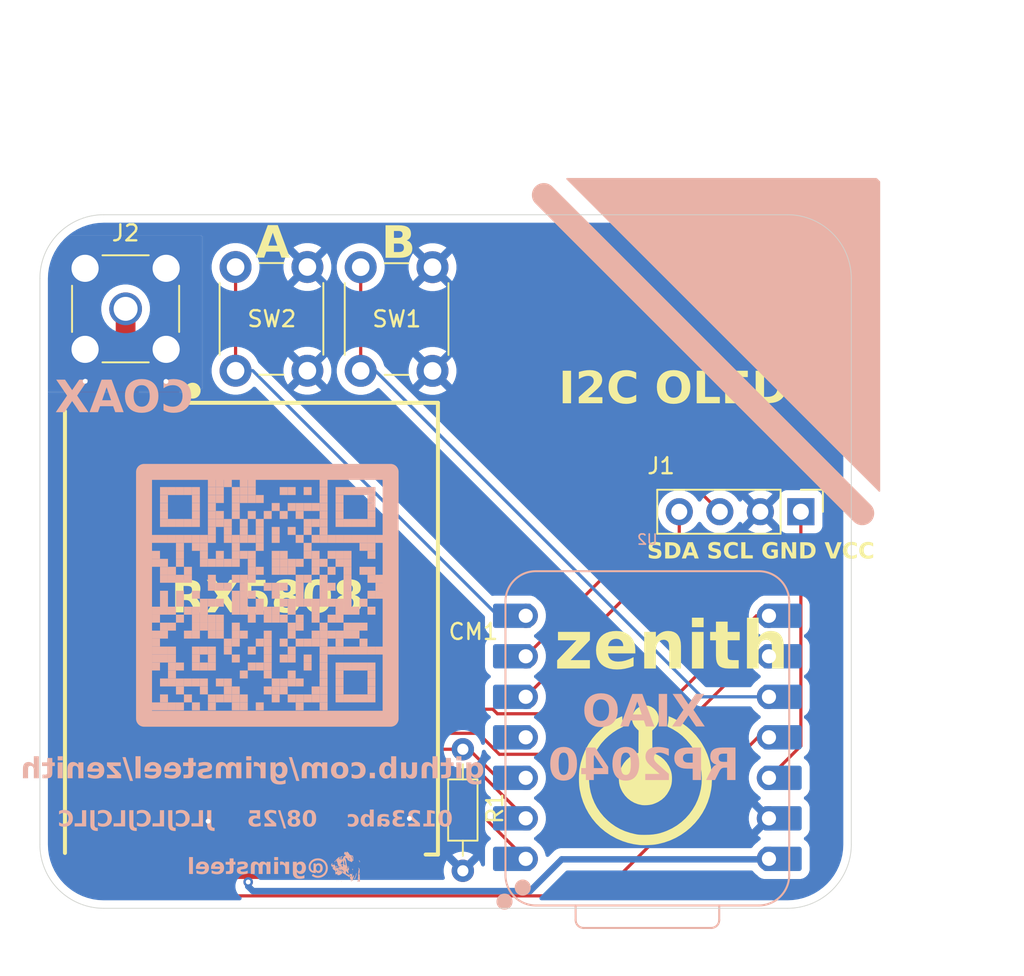
<source format=kicad_pcb>
(kicad_pcb (version 20241229) (generator "pcbnew") (generator_version "9.0")
  (layers (0 "F.Cu" signal) (2 "B.Cu" signal) (13 "F.Paste" user) (15 "B.Paste" user) (5 "F.SilkS" user "F.Silkscreen") (7 "B.SilkS" user "B.Silkscreen") (1 "F.Mask" user) (3 "B.Mask" user) (25 "Edge.Cuts" user))
  (net 0 "")
  (net 1 "MOSI")
  (net 2 "VIDEO")
  (net 3 "GND")
  (net 4 "RSSI")
  (net 5 "RX_CS")
  (net 6 "+5V")
  (net 7 "ANT")
  (net 8 "AUDIO")
  (net 9 "SCK")
  (net 10 "+3.3V")
  (net 11 "SDA")
  (net 12 "BTN1")
  (net 13 "BTN2")
  (net 15 "SCL")
  (footprint "Button_Switch_THT:SW_PUSH_6mm" (layer "F.Cu") (at 98.14 36.77 90)
    (property "Reference" "SW2" (at 3.25 2.27 0) (layer "F.SilkS"))
    (property "Value" "SW_Push")
    (pad "1" thru_hole circle (at 0 0 180) (size 2 2) (drill 1.1) (layers "*.Cu" "*.Mask") (net 13 "BTN2"))
    (pad "1" thru_hole circle (at 6.5 0 180) (size 2 2) (drill 1.1) (layers "*.Cu" "*.Mask") (net 13 "BTN2"))
    (pad "2" thru_hole circle (at 0 4.5 180) (size 2 2) (drill 1.1) (layers "*.Cu" "*.Mask") (net 3 "GND"))
    (pad "2" thru_hole circle (at 6.5 4.5 180) (size 2 2) (drill 1.1) (layers "*.Cu" "*.Mask") (net 3 "GND"))
  )
  (footprint "Connector_PinHeader_2.54mm:PinHeader_1x04_P2.54mm_Vertical" (layer "F.Cu") (at 133.56 45.61 -90)
    (property "Reference" "J1" (at -2.87 8.76 180) (layer "F.SilkS"))
    (property "Value" "Conn_01x04_Pin")
    (pad "1" thru_hole rect (at 0 0 270) (size 1.7 1.7) (drill 1) (layers "*.Cu" "*.Mask") (net 10 "+3.3V"))
    (pad "2" thru_hole circle (at 0 2.54 270) (size 1.7 1.7) (drill 1) (layers "*.Cu" "*.Mask") (net 3 "GND"))
    (pad "3" thru_hole circle (at 0 5.08 270) (size 1.7 1.7) (drill 1) (layers "*.Cu" "*.Mask") (net 15 "SCL"))
    (pad "4" thru_hole circle (at 0 7.62 270) (size 1.7 1.7) (drill 1) (layers "*.Cu" "*.Mask") (net 11 "SDA"))
  )
  (footprint "Connector_Coaxial:SMA_Amphenol_901-144_Vertical" (layer "F.Cu") (at 91.25 32.89)
    (property "Reference" "J2" (at 0 -4.75 0) (layer "F.SilkS"))
    (property "Value" "Conn_Coaxial")
    (pad "1" thru_hole circle (at 0 0) (size 2.05 2.05) (drill 1.5) (layers "*.Cu" "*.Mask") (net 7 "ANT"))
    (pad "2" thru_hole circle (at -2.54 -2.54) (size 2.25 2.25) (drill 1.7) (layers "*.Cu" "*.Mask") (net 3 "GND"))
    (pad "2" thru_hole circle (at -2.54 2.54) (size 2.25 2.25) (drill 1.7) (layers "*.Cu" "*.Mask") (net 3 "GND"))
    (pad "2" thru_hole circle (at 2.54 -2.54) (size 2.25 2.25) (drill 1.7) (layers "*.Cu" "*.Mask") (net 3 "GND"))
    (pad "2" thru_hole circle (at 2.54 2.54) (size 2.25 2.25) (drill 1.7) (layers "*.Cu" "*.Mask") (net 3 "GND"))
  )
  (footprint "lcsc:COMM-SMD_12P_RX5808" (layer "F.Cu") (at 98.88 53.13 -90)
    (property "Reference" "CM1" (at 0 -14.16 180) (layer "F.SilkS"))
    (property "Value" "RX5808")
    (pad "1" smd rect (at -14 5.07 270) (size 3 1.6) (layers "F.Cu" "F.Mask" "F.Paste") (net 3 "GND"))
    (pad "2" smd rect (at -14 7.61 270) (size 3 1.6) (layers "F.Cu" "F.Mask" "F.Paste") (net 7 "ANT"))
    (pad "3" smd rect (at -14 10.16 270) (size 3 1.6) (layers "F.Cu" "F.Mask" "F.Paste") (net 3 "GND"))
    (pad "4" smd rect (at 14 10.16 270) (size 3 1.6) (layers "F.Cu" "F.Mask" "F.Paste") (net 1 "MOSI"))
    (pad "5" smd rect (at 14 7.62 270) (size 3 1.6) (layers "F.Cu" "F.Mask" "F.Paste") (net 5 "RX_CS"))
    (pad "6" smd rect (at 14 5.08 270) (size 3 1.6) (layers "F.Cu" "F.Mask" "F.Paste") (net 9 "SCK"))
    (pad "7" smd rect (at 14 2.54 270) (size 3 1.6) (layers "F.Cu" "F.Mask" "F.Paste") (net 3 "GND"))
    (pad "8" smd rect (at 14 0 270) (size 3 1.6) (layers "F.Cu" "F.Mask" "F.Paste") (net 6 "+5V"))
    (pad "9" smd rect (at 14 -2.54 270) (size 3 1.6) (layers "F.Cu" "F.Mask" "F.Paste") (net 4 "RSSI"))
    (pad "10" smd rect (at 14 -5.08 270) (size 3 1.6) (layers "F.Cu" "F.Mask" "F.Paste") (net 8 "AUDIO"))
    (pad "11" smd rect (at 14 -7.62 270) (size 3 1.6) (layers "F.Cu" "F.Mask" "F.Paste") (net 2 "VIDEO"))
    (pad "12" smd rect (at 14 -10.16 270) (size 3 1.6) (layers "F.Cu" "F.Mask" "F.Paste") (net 3 "GND"))
  )
  (footprint "LOGO" (layer "F.Cu") (at 123.82 62.34)
    (property "Reference" "G***" (hide yes))
    (property "Value" "LOGO" (hide yes))
  )
  (footprint "Button_Switch_THT:SW_PUSH_6mm" (layer "F.Cu") (at 105.98 36.78 90)
    (property "Reference" "SW1" (at 3.25 2.26 180) (layer "F.SilkS"))
    (property "Value" "SW_Push")
    (pad "1" thru_hole circle (at 0 0 180) (size 2 2) (drill 1.1) (layers "*.Cu" "*.Mask") (net 12 "BTN1"))
    (pad "1" thru_hole circle (at 6.5 0 180) (size 2 2) (drill 1.1) (layers "*.Cu" "*.Mask") (net 12 "BTN1"))
    (pad "2" thru_hole circle (at 0 4.5 180) (size 2 2) (drill 1.1) (layers "*.Cu" "*.Mask") (net 3 "GND"))
    (pad "2" thru_hole circle (at 6.5 4.5 180) (size 2 2) (drill 1.1) (layers "*.Cu" "*.Mask") (net 3 "GND"))
  )
  (footprint "Resistor_THT:R_Axial_DIN0204_L3.6mm_D1.6mm_P7.62mm_Horizontal" (layer "F.Cu") (at 112.38 68.12 90)
    (property "Reference" "R1" (at 3.92 2.01 90) (layer "F.SilkS"))
    (property "Value" "100k")
    (pad "1" thru_hole circle (at 0 0 90) (size 1.4 1.4) (drill 0.7) (layers "*.Cu" "*.Mask") (net 3 "GND"))
    (pad "2" thru_hole circle (at 7.62 0 90) (size 1.4 1.4) (drill 0.7) (layers "*.Cu" "*.Mask") (net 4 "RSSI"))
  )
  (footprint "XIAO_PCB:XIAO-RP2040-DIP" (layer "B.Cu") (at 123.94 59.7515)
    (property "Reference" "U2" (at 0 -12.4015 0) (layer "B.SilkS") (effects (font (size 0.635 0.635) (thickness 0.1016)) (justify mirror)))
    (property "Value" "XIAO-RP2040-DIP")
    (pad "1" smd roundrect (at -8.455 7.62 180) (size 2.432 1.524) (layers "B.Cu" "B.Mask") (roundrect_rratio 0.1) (net 2 "VIDEO"))
    (pad "1" thru_hole circle (at -7.62 7.62 180) (size 1.524 1.524) (drill 0.889) (layers "*.Cu" "*.Mask") (net 2 "VIDEO"))
    (pad "2" smd roundrect (at -8.455 5.08 180) (size 2.432 1.524) (layers "B.Cu" "B.Mask") (roundrect_rratio 0.1) (net 8 "AUDIO"))
    (pad "2" thru_hole circle (at -7.62 5.08 180) (size 1.524 1.524) (drill 0.889) (layers "*.Cu" "*.Mask") (net 8 "AUDIO"))
    (pad "3" smd roundrect (at -8.455 2.54 180) (size 2.432 1.524) (layers "B.Cu" "B.Mask") (roundrect_rratio 0.1) (net 4 "RSSI"))
    (pad "3" thru_hole circle (at -7.62 2.54 180) (size 1.524 1.524) (drill 0.889) (layers "*.Cu" "*.Mask") (net 4 "RSSI"))
    (pad "4" smd roundrect (at -8.455 0 180) (size 2.432 1.524) (layers "B.Cu" "B.Mask") (roundrect_rratio 0.1))
    (pad "4" thru_hole circle (at -7.62 0 180) (size 1.524 1.524) (drill 0.889) (layers "*.Cu" "*.Mask"))
    (pad "5" smd roundrect (at -8.455 -2.54 180) (size 2.432 1.524) (layers "B.Cu" "B.Mask") (roundrect_rratio 0.1) (net 11 "SDA"))
    (pad "5" thru_hole circle (at -7.62 -2.54 180) (size 1.524 1.524) (drill 0.889) (layers "*.Cu" "*.Mask") (net 11 "SDA"))
    (pad "6" smd roundrect (at -8.455 -5.08 180) (size 2.432 1.524) (layers "B.Cu" "B.Mask") (roundrect_rratio 0.1) (net 15 "SCL"))
    (pad "6" thru_hole circle (at -7.62 -5.08 180) (size 1.524 1.524) (drill 0.889) (layers "*.Cu" "*.Mask") (net 15 "SCL"))
    (pad "7" smd roundrect (at -8.455 -7.62 180) (size 2.432 1.524) (layers "B.Cu" "B.Mask") (roundrect_rratio 0.1) (net 13 "BTN2"))
    (pad "7" thru_hole circle (at -7.62 -7.62 180) (size 1.524 1.524) (drill 0.889) (layers "*.Cu" "*.Mask") (net 13 "BTN2"))
    (pad "8" thru_hole circle (at 7.62 -7.62) (size 1.524 1.524) (drill 0.889) (layers "*.Cu" "*.Mask") (net 5 "RX_CS"))
    (pad "8" smd roundrect (at 8.455 -7.62) (size 2.432 1.524) (layers "B.Cu" "B.Mask") (roundrect_rratio 0.1) (net 5 "RX_CS"))
    (pad "9" thru_hole circle (at 7.62 -5.08) (size 1.524 1.524) (drill 0.889) (layers "*.Cu" "*.Mask") (net 9 "SCK"))
    (pad "9" smd roundrect (at 8.455 -5.08) (size 2.432 1.524) (layers "B.Cu" "B.Mask") (roundrect_rratio 0.1) (net 9 "SCK"))
    (pad "10" thru_hole circle (at 7.62 -2.54) (size 1.524 1.524) (drill 0.889) (layers "*.Cu" "*.Mask") (net 12 "BTN1"))
    (pad "10" smd roundrect (at 8.455 -2.54) (size 2.432 1.524) (layers "B.Cu" "B.Mask") (roundrect_rratio 0.1) (net 12 "BTN1"))
    (pad "11" thru_hole circle (at 7.62 0) (size 1.524 1.524) (drill 0.889) (layers "*.Cu" "*.Mask") (net 1 "MOSI"))
    (pad "11" smd roundrect (at 8.455 0) (size 2.432 1.524) (layers "B.Cu" "B.Mask") (roundrect_rratio 0.1) (net 1 "MOSI"))
    (pad "12" thru_hole circle (at 7.62 2.54) (size 1.524 1.524) (drill 0.889) (layers "*.Cu" "*.Mask") (net 10 "+3.3V"))
    (pad "12" smd roundrect (at 8.455 2.54) (size 2.432 1.524) (layers "B.Cu" "B.Mask") (roundrect_rratio 0.1) (net 10 "+3.3V"))
    (pad "13" thru_hole circle (at 7.62 5.08) (size 1.524 1.524) (drill 0.889) (layers "*.Cu" "*.Mask") (net 3 "GND"))
    (pad "13" smd roundrect (at 8.455 5.08) (size 2.432 1.524) (layers "B.Cu" "B.Mask") (roundrect_rratio 0.1) (net 3 "GND"))
    (pad "14" thru_hole circle (at 7.62 7.62) (size 1.524 1.524) (drill 0.889) (layers "*.Cu" "*.Mask") (net 6 "+5V"))
    (pad "14" smd roundrect (at 8.455 7.62) (size 2.432 1.524) (layers "B.Cu" "B.Mask") (roundrect_rratio 0.1) (net 6 "+5V"))
  )
  (footprint "LOGO" (layer "B.Cu") (at 104.93 67.8 180)
    (property "Reference" "G***" (hide yes))
    (property "Value" "LOGO" (hide yes))
  )
  (footprint "lcsc:qrcode" (layer "B.Cu") (at 100.155 50.8125 180)
    (property "Reference" "QR*****" (hide yes))
    (property "Value" "https://github.com/grimsteel/zenith" (hide yes))
  )
  (gr_poly (pts (xy 138.48 44.31) (xy 118.91 24.74) (xy 138.29 24.74) (xy 138.48 24.93) (xy 138.48 44.31)) (stroke (width 0.1)) (fill yes) (layer "B.SilkS"))
  (gr_line (start 137.405 45.705) (end 117.455 25.755) (stroke (width 1.5)) (layer "B.SilkS"))
  (gr_line (start 89.88 26.99) (end 132.72 26.99) (stroke (width 0.05)) (layer "Edge.Cuts"))
  (gr_arc (start 89.88 70.47) (mid 87.051573 69.298427) (end 85.88 66.47) (stroke (width 0.05)) (layer "Edge.Cuts"))
  (gr_arc (start 85.88 30.99) (mid 87.051573 28.161573) (end 89.88 26.99) (stroke (width 0.05)) (layer "Edge.Cuts"))
  (gr_line (start 136.72 30.99) (end 136.72 66.47) (stroke (width 0.05)) (layer "Edge.Cuts"))
  (gr_arc (start 136.72 66.47) (mid 135.548427 69.298427) (end 132.72 70.47) (stroke (width 0.05)) (layer "Edge.Cuts"))
  (gr_line (start 132.72 70.47) (end 89.88 70.47) (stroke (width 0.05)) (layer "Edge.Cuts"))
  (gr_line (start 85.88 66.47) (end 85.88 30.99) (stroke (width 0.05)) (layer "Edge.Cuts"))
  (gr_arc (start 132.72 26.99) (mid 135.548427 28.161573) (end 136.72 30.99) (stroke (width 0.05)) (layer "Edge.Cuts"))
  (gr_text "SDA SCL GND VCC" (at 123.92 48.71 0) (layer "F.SilkS") (effects (font (size 1 1) (thickness 0.25) (bold yes)) (justify left bottom)))
  (gr_text "B" (at 107.28 30.03 0) (layer "F.SilkS") (effects (font (size 2 2) (thickness 0.3) (bold yes)) (justify left bottom)))
  (gr_text "RX5808" (at 94.1 52.26 0) (layer "F.SilkS") (effects (font (size 2 2) (thickness 0.3) (bold yes)) (justify left bottom)))
  (gr_text "I2C OLED" (at 118.38 39.15 0) (layer "F.SilkS") (effects (font (size 2 2) (thickness 0.3) (bold yes)) (justify left bottom)))
  (gr_text "A" (at 99.39 30.02 0) (layer "F.SilkS") (effects (font (size 2 2) (thickness 0.3) (bold yes)) (justify left bottom)))
  (gr_text "zenith" (at 118.1 55.95 0) (layer "F.SilkS") (effects (font (size 3 3) (thickness 0.3) (bold yes)) (justify left bottom)))
  (gr_text "XIAO\nRP2040" (at 123.72 62.77 0) (layer "B.SilkS") (effects (font (size 2 2) (thickness 0.3) (bold yes)) (justify bottom mirror)))
  (gr_text "github.com/grimsteel/zenith" (at 99.21 62.54 0) (layer "B.SilkS") (effects (font (size 1.3 1.3) (thickness 0.25) (bold yes)) (justify bottom mirror)))
  (gr_text "JLCJLCJLCJLC" (at 91.87 65.51 0) (layer "B.SilkS") (effects (font (size 1 1) (thickness 0.25) (bold yes)) (justify bottom mirror)))
  (gr_text "@grimsteel" (at 99.56 68.49 0) (layer "B.SilkS") (effects (font (size 1 1) (thickness 0.25) (bold yes)) (justify bottom mirror)))
  (gr_text "0123abc" (at 108.42 65.51 0) (layer "B.SilkS") (effects (font (size 1 1) (thickness 0.25) (bold yes)) (justify bottom mirror)))
  (gr_text "COAX" (at 95.5 39.71 0) (layer "B.SilkS") (effects (font (size 2 2) (thickness 0.3) (bold yes)) (justify left bottom mirror)))
  (gr_text "08/25" (at 101.053828 65.51 0) (layer "B.SilkS") (effects (font (size 1 1) (thickness 0.25) (bold yes)) (justify bottom mirror)))
  (segment (start 130.8685 59.7515) (end 131.56 59.7515) (width 0.2) (layer "F.Cu") (net 1))
  (segment (start 88.72 67.13) (end 88.72 67.492) (width 0.2) (layer "F.Cu") (net 1))
  (segment (start 88.72 67.492) (end 90.918 69.69) (width 0.2) (layer "F.Cu") (net 1))
  (segment (start 90.918 69.69) (end 120.93 69.69) (width 0.2) (layer "F.Cu") (net 1))
  (segment (start 120.93 69.69) (end 130.8685 59.7515) (width 0.2) (layer "F.Cu") (net 1))
  (segment (start 111.6095 62.661) (end 116.32 67.3715) (width 0.2) (layer "F.Cu") (net 2))
  (segment (start 106.5 63.54) (end 107.379 62.661) (width 0.2) (layer "F.Cu") (net 2))
  (segment (start 106.5 67.13) (end 106.5 63.54) (width 0.2) (layer "F.Cu") (net 2))
  (segment (start 107.379 62.661) (end 111.6095 62.661) (width 0.2) (layer "F.Cu") (net 2))
  (segment (start 93.79 38.09) (end 93.81 38.11) (width 0.4) (layer "F.Cu") (net 3))
  (segment (start 96.34 67.13) (end 96.34 65.09) (width 0.2) (layer "F.Cu") (net 3))
  (segment (start 109.04 67.13) (end 109.04 64.85) (width 0.2) (layer "F.Cu") (net 3))
  (segment (start 93.79 37.5) (end 93.79 38.09) (width 0.4) (layer "F.Cu") (net 3))
  (segment (start 88.73 37.52) (end 88.73 38.07) (width 0.4) (layer "F.Cu") (net 3))
  (segment (start 93.81 38.11) (end 93.81 39.13) (width 0.4) (layer "F.Cu") (net 3))
  (segment (start 88.71 39.12) (end 88.72 39.13) (width 0.2) (layer "F.Cu") (net 3))
  (segment (start 96.34 65.09) (end 96.42 65.01) (width 0.2) (layer "F.Cu") (net 3))
  (segment (start 88.72 38.08) (end 88.72 39.13) (width 0.4) (layer "F.Cu") (net 3))
  (segment (start 109.04 64.85) (end 109.03 64.84) (width 0.2) (layer "F.Cu") (net 3))
  (segment (start 88.73 38.07) (end 88.72 38.08) (width 0.4) (layer "F.Cu") (net 3))
  (segment (start 93.79 39.11) (end 93.81 39.13) (width 0.2) (layer "F.Cu") (net 3))
  (via (at 96.42 65.01) (size 0.6) (drill 0.3) (layers "F.Cu" "B.Cu") (net 3))
  (via (at 109.03 64.84) (size 0.6) (drill 0.3) (layers "F.Cu" "B.Cu") (net 3))
  (via (at 88.72 37.43) (size 0.6) (drill 0.3) (layers "F.Cu" "B.Cu") (net 3))
  (via (at 93.78 37.44) (size 0.6) (drill 0.3) (layers "F.Cu" "B.Cu") (net 3))
  (segment (start 112.38 60.5) (end 112.76 60.5) (width 0.2) (layer "F.Cu") (net 4))
  (segment (start 112.76 60.5) (end 114.5515 62.2915) (width 0.2) (layer "F.Cu") (net 4))
  (segment (start 102.9241 65.2639) (end 103.559 65.2639) (width 0.2) (layer "F.Cu") (net 4))
  (segment (start 101.42 67.13) (end 101.42 66.768) (width 0.2) (layer "F.Cu") (net 4))
  (segment (start 114.5515 62.2915) (end 116.32 62.2915) (width 0.2) (layer "F.Cu") (net 4))
  (segment (start 103.559 65.2639) (end 108.3229 60.5) (width 0.2) (layer "F.Cu") (net 4))
  (segment (start 108.3229 60.5) (end 112.38 60.5) (width 0.2) (layer "F.Cu") (net 4))
  (segment (start 101.42 66.768) (end 102.9241 65.2639) (width 0.2) (layer "F.Cu") (net 4))
  (segment (start 91.26 67.13) (end 91.26 65.66) (width 0.2) (layer "F.Cu") (net 5))
  (segment (start 114.26 57.99) (end 114.5445 58.2745) (width 0.2) (layer "F.Cu") (net 5))
  (segment (start 117.460057 57.99) (end 124.92 57.99) (width 0.2) (layer "F.Cu") (net 5))
  (segment (start 130.7785 52.1315) (end 131.56 52.1315) (width 0.2) (layer "F.Cu") (net 5))
  (segment (start 98.93 57.99) (end 114.26 57.99) (width 0.2) (layer "F.Cu") (net 5))
  (segment (start 117.175557 58.2745) (end 117.460057 57.99) (width 0.2) (layer "F.Cu") (net 5))
  (segment (start 114.5445 58.2745) (end 117.175557 58.2745) (width 0.2) (layer "F.Cu") (net 5))
  (segment (start 91.26 65.66) (end 98.93 57.99) (width 0.2) (layer "F.Cu") (net 5))
  (segment (start 124.92 57.99) (end 130.7785 52.1315) (width 0.2) (layer "F.Cu") (net 5))
  (segment (start 98.93 67.18) (end 98.88 67.13) (width 0.4) (layer "F.Cu") (net 6))
  (segment (start 98.93 68.82) (end 98.93 67.18) (width 0.4) (layer "F.Cu") (net 6))
  (via (at 98.93 68.82) (size 0.6) (drill 0.3) (layers "F.Cu" "B.Cu") (net 6))
  (segment (start 118.58 67.4) (end 131.5315 67.4) (width 0.4) (layer "B.Cu") (net 6))
  (segment (start 98.93 69.09) (end 99.23 69.39) (width 0.4) (layer "B.Cu") (net 6))
  (segment (start 116.59 69.39) (end 118.58 67.4) (width 0.4) (layer "B.Cu") (net 6))
  (segment (start 99.23 69.39) (end 116.59 69.39) (width 0.4) (layer "B.Cu") (net 6))
  (segment (start 98.93 68.82) (end 98.93 69.09) (width 0.4) (layer "B.Cu") (net 6))
  (segment (start 131.5315 67.4) (end 131.56 67.3715) (width 0.4) (layer "B.Cu") (net 6))
  (segment (start 91.27 32.91) (end 91.25 32.89) (width 1.05637) (layer "F.Cu") (net 7))
  (segment (start 91.25 32.89) (end 91.25 39.11) (width 1.23696) (layer "F.Cu") (net 7))
  (segment (start 91.25 39.11) (end 91.27 39.13) (width 1.2019) (layer "F.Cu") (net 7))
  (segment (start 103.96 67.13) (end 103.96 65.43) (width 0.2) (layer "F.Cu") (net 8))
  (segment (start 107.13 62.26) (end 113.7485 62.26) (width 0.2) (layer "F.Cu") (net 8))
  (segment (start 103.96 65.43) (end 107.13 62.26) (width 0.2) (layer "F.Cu") (net 8))
  (segment (start 113.7485 62.26) (end 116.32 64.8315) (width 0.2) (layer "F.Cu") (net 8))
  (segment (start 130.5985 54.6715) (end 131.56 54.6715) (width 0.2) (layer "F.Cu") (net 9))
  (segment (start 113.349 59.499) (end 114.6645 60.8145) (width 0.2) (layer "F.Cu") (net 9))
  (segment (start 124.70425 60.56575) (end 130.5985 54.6715) (width 0.2) (layer "F.Cu") (net 9))
  (segment (start 117.175557 60.8145) (end 117.424307 60.56575) (width 0.2) (layer "F.Cu") (net 9))
  (segment (start 99.171 59.499) (end 113.349 59.499) (width 0.2) (layer "F.Cu") (net 9))
  (segment (start 93.8 64.87) (end 99.171 59.499) (width 0.2) (layer "F.Cu") (net 9))
  (segment (start 93.8 67.13) (end 93.8 64.87) (width 0.2) (layer "F.Cu") (net 9))
  (segment (start 114.6645 60.8145) (end 117.175557 60.8145) (width 0.2) (layer "F.Cu") (net 9))
  (segment (start 117.424307 60.56575) (end 124.70425 60.56575) (width 0.2) (layer "F.Cu") (net 9))
  (segment (start 133.56 60.2915) (end 131.56 62.2915) (width 0.2) (layer "F.Cu") (net 10))
  (segment (start 133.56 45.61) (end 133.56 60.2915) (width 0.2) (layer "F.Cu") (net 10))
  (segment (start 116.32 57.2115) (end 125.94 47.5915) (width 0.2) (layer "F.Cu") (net 11))
  (segment (start 125.94 47.5915) (end 125.94 45.61) (width 0.2) (layer "F.Cu") (net 11))
  (segment (start 105.98 30.28) (end 105.98 36.78) (width 0.2) (layer "F.Cu") (net 12))
  (segment (start 106.91 36.78) (end 105.98 36.78) (width 0.2) (layer "B.Cu") (net 12))
  (segment (start 127.3415 57.2115) (end 106.91 36.78) (width 0.2) (layer "B.Cu") (net 12))
  (segment (start 131.56 57.2115) (end 127.3415 57.2115) (width 0.2) (layer "B.Cu") (net 12))
  (segment (start 98.14 30.27) (end 98.14 36.77) (width 0.2) (layer "F.Cu") (net 13))
  (segment (start 99.22 36.77) (end 114.5815 52.1315) (width 0.2) (layer "B.Cu") (net 13))
  (segment (start 98.14 36.77) (end 99.22 36.77) (width 0.2) (layer "B.Cu") (net 13))
  (segment (start 114.5815 52.1315) (end 116.32 52.1315) (width 0.2) (layer "B.Cu") (net 13))
  (segment (start 116.32 54.6715) (end 117.383 53.6085) (width 0.2) (layer "F.Cu") (net 15))
  (segment (start 127 44.13) (end 128.48 45.61) (width 0.2) (layer "F.Cu") (net 15))
  (segment (start 117.383 53.6085) (end 117.383 53.527) (width 0.2) (layer "F.Cu") (net 15))
  (segment (start 124.15 46.76) (end 124.15 44.87) (width 0.2) (layer "F.Cu") (net 15))
  (segment (start 117.383 53.527) (end 124.15 46.76) (width 0.2) (layer "F.Cu") (net 15))
  (segment (start 124.89 44.13) (end 127 44.13) (width 0.2) (layer "F.Cu") (net 15))
  (segment (start 124.15 44.87) (end 124.89 44.13) (width 0.2) (layer "F.Cu") (net 15))
  (zone (net 3) (net_name "GND") (layer "B.Cu") (connect_pads (clearance 0.5)) (min_thickness 0.25) (fill yes (thermal_gap 0.5) (thermal_bridge_width 0.5))
    (polygon (pts (xy 83.38 24.41) (xy 83.38 74.72) (xy 140.83 74.72) (xy 140.83 24.41)))
  )
  (zone (net 3) (net_name "GND") (layer "B.Cu") (priority 1) (connect_pads yes (clearance 0.5)) (min_thickness 0.25) (fill yes (thermal_gap 0.5) (thermal_bridge_width 0.5))
    (polygon (pts (xy 85.81 28.29) (xy 85.81 38.11) (xy 95.8 38.11) (xy 96.06 37.85) (xy 96.06 28.37) (xy 95.98 28.29)))
  )
)
</source>
